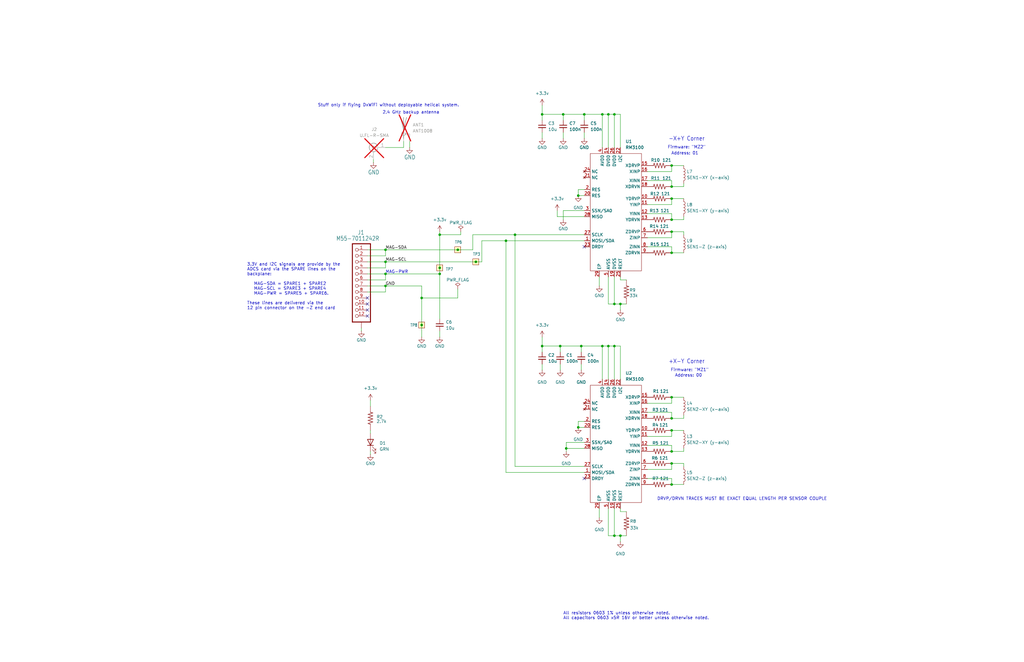
<source format=kicad_sch>
(kicad_sch (version 20250114) (generator "eeschema") (generator_version "9.0")
  (paper "B")
  (title_block (title "OreSat0.5 +Z End Cap") (date "2023-03-02") (rev "1.3"))
  (lib_symbols
    (symbol "Connector:Conn_Coaxial" (pin_names (offset 1.016) (hide yes))
      (property "Reference" "J" (at 0.254 3.048 0))
      (property "Value" "Conn_Coaxial" (at 2.921 0 90))
      (symbol "Conn_Coaxial_0_1"
        (polyline (pts (xy -2.54 0) (xy -0.508 0)))
        (arc (start 1.778 0) (mid 0.222 -1.8079) (end -1.778 -0.508) (stroke (width 0.254)))
        (arc (start -1.778 0.508) (mid 0.2221 1.8084) (end 1.778 0) (stroke (width 0.254)))
        (circle (center 0 0) (radius 0.508) (stroke (width 0.2032)))
        (polyline (pts (xy 0 -2.54) (xy 0 -1.778)))
      )
      (symbol "Conn_Coaxial_1_1"
        (pin passive line (at -5.08 0 0) (length 2.54) (name "In") (number "1"))
        (pin passive line (at 0 -5.08 90) (length 2.54) (name "Ext") (number "2"))
      )
    )
    (symbol "Device:Antenna_Shield" (pin_numbers (hide yes)) (pin_names (offset 1.016) (hide yes))
      (property "Reference" "AE" (at -1.905 4.445 0))
      (property "Value" "Antenna_Shield" (at -1.905 2.54 0))
      (symbol "Antenna_Shield_0_1"
        (arc (start 0 -2.667) (mid -0.8485 -2.1032) (end -0.508 -1.143))
        (polyline (pts (xy 0 5.08) (xy 0 -3.81)) (stroke (width 0.254)))
        (polyline (pts (xy 0 -2.54) (xy 0 0)))
        (arc (start 0.508 -1.143) (mid 0.8046 -2.0885) (end 0 -2.667))
        (polyline (pts (xy 0.762 -1.905) (xy 2.54 -1.905)))
        (circle (center 0.762 -1.905) (radius 0.1778) (fill (type outline)))
        (polyline (pts (xy 1.27 5.08) (xy 0 0) (xy -1.27 5.08)) (stroke (width 0.254)))
        (polyline (pts (xy 2.54 -2.54) (xy 2.54 -1.905)))
      )
      (symbol "Antenna_Shield_1_1"
        (pin input line (at 0 -5.08 90) (length 2.54) (name "A") (number "1"))
        (pin input line (at 2.54 -5.08 90) (length 2.54) (name "Shield") (number "2"))
      )
    )
    (symbol "Device:C_Small" (pin_numbers (hide yes)) (pin_names (offset 0.254) (hide yes))
      (property "Reference" "C" (at 0.254 1.778 0))
      (property "Value" "C_Small" (at 0.254 -2.032 0))
      (symbol "C_Small_0_1"
        (polyline (pts (xy -1.524 0.508) (xy 1.524 0.508)) (stroke (width 0.3048)))
        (polyline (pts (xy -1.524 -0.508) (xy 1.524 -0.508)) (stroke (width 0.3302)))
      )
      (symbol "C_Small_1_1"
        (pin passive line (at 0 2.54 270) (length 2.032) (name "~") (number "1"))
        (pin passive line (at 0 -2.54 90) (length 2.032) (name "~") (number "2"))
      )
    )
    (symbol "Device:L" (pin_numbers (hide yes)) (pin_names (offset 1.016) (hide yes))
      (property "Reference" "L" (at -1.27 0 90))
      (property "Value" "L" (at 1.905 0 90))
      (symbol "L_0_1"
        (arc (start 0 2.54) (mid 0.6323 1.905) (end 0 1.27))
        (arc (start 0 1.27) (mid 0.6323 0.635) (end 0 0))
        (arc (start 0 0) (mid 0.6323 -0.635) (end 0 -1.27))
        (arc (start 0 -1.27) (mid 0.6323 -1.905) (end 0 -2.54))
      )
      (symbol "L_1_1"
        (pin passive line (at 0 3.81 270) (length 1.27) (name "1") (number "1"))
        (pin passive line (at 0 -3.81 90) (length 1.27) (name "2") (number "2"))
      )
    )
    (symbol "Device:LED" (pin_numbers (hide yes)) (pin_names (offset 1.016) (hide yes))
      (property "Reference" "D" (at 0 2.54 0))
      (property "Value" "LED" (at 0 -2.54 0))
      (symbol "LED_0_1"
        (polyline (pts (xy -3.048 -0.762) (xy -4.572 -2.286) (xy -3.81 -2.286) (xy -4.572 -2.286) (xy -4.572 -1.524)))
        (polyline (pts (xy -1.778 -0.762) (xy -3.302 -2.286) (xy -2.54 -2.286) (xy -3.302 -2.286) (xy -3.302 -1.524)))
        (polyline (pts (xy -1.27 0) (xy 1.27 0)))
        (polyline (pts (xy -1.27 -1.27) (xy -1.27 1.27)) (stroke (width 0.254)))
        (polyline (pts (xy 1.27 -1.27) (xy 1.27 1.27) (xy -1.27 0) (xy 1.27 -1.27)) (stroke (width 0.254)))
      )
      (symbol "LED_1_1"
        (pin passive line (at -3.81 0 0) (length 2.54) (name "K") (number "1"))
        (pin passive line (at 3.81 0 180) (length 2.54) (name "A") (number "2"))
      )
    )
    (symbol "oresat-connectors:J-HARWIN-M55-6001242R" (pin_names (hide yes))
      (property "Reference" "CF1" (at -6.35 19.05 0))
      (property "Value" "J-HARWIN-M55-6001242R" (at -6.35 16.51 0))
      (symbol "J-HARWIN-M55-6001242R_1_0"
        (polyline (pts (xy -6.35 15.24) (xy -6.35 -17.78)) (stroke (width 0.4064)))
        (polyline (pts (xy -6.35 -17.78) (xy 1.27 -17.78)) (stroke (width 0.4064)))
        (polyline (pts (xy 1.27 15.24) (xy -6.35 15.24)) (stroke (width 0.4064)))
        (polyline (pts (xy 1.27 -17.78) (xy 1.27 15.24)) (stroke (width 0.4064)))
        (pin passive inverted (at -5.08 12.7 0) (length 5.08) (name "1") (number "1"))
        (pin passive inverted (at -5.08 10.16 0) (length 5.08) (name "2") (number "2"))
        (pin passive inverted (at -5.08 7.62 0) (length 5.08) (name "3") (number "3"))
        (pin passive inverted (at -5.08 5.08 0) (length 5.08) (name "4") (number "4"))
        (pin passive inverted (at -5.08 2.54 0) (length 5.08) (name "5") (number "5"))
        (pin passive inverted (at -5.08 0 0) (length 5.08) (name "6") (number "6"))
        (pin passive inverted (at -5.08 -2.54 0) (length 5.08) (name "7") (number "7"))
        (pin passive inverted (at -5.08 -5.08 0) (length 5.08) (name "8") (number "8"))
        (pin passive inverted (at -5.08 -7.62 0) (length 5.08) (name "9") (number "9"))
        (pin passive inverted (at -5.08 -10.16 0) (length 5.08) (name "10") (number "10"))
        (pin passive inverted (at -5.08 -12.7 0) (length 5.08) (name "11") (number "11"))
        (pin passive inverted (at -5.08 -15.24 0) (length 5.08) (name "12") (number "12"))
        (pin passive line (at -2.54 -20.32 90) (length 2.54) (name "SHIELD") (number "SH"))
      )
    )
    (symbol "oresat-misc:MagI2C_RM3100"
      (property "Reference" "U" (at 21.082 1.27 0))
      (symbol "MagI2C_RM3100_0_1"
        (rectangle (start 12.7 27.94) (end 34.29 -21.59))
      )
      (symbol "MagI2C_RM3100_1_1"
        (pin no_connect line (at 10.16 20.32 0) (length 2.54) (name "NC") (number "24"))
        (pin no_connect line (at 10.16 17.78 0) (length 2.54) (name "NC") (number "21"))
        (pin input line (at 10.16 12.7 0) (length 2.54) (name "RES") (number "2"))
        (pin passive line (at 10.16 10.16 0) (length 2.54) (name "RES") (number "20"))
        (pin input line (at 10.16 3.81 0) (length 2.54) (name "SSN/SA0") (number "3"))
        (pin output line (at 10.16 1.27 0) (length 2.54) (name "MISO") (number "28"))
        (pin input line (at 10.16 -6.35 0) (length 2.54) (name "SCLK") (number "27"))
        (pin bidirectional line (at 10.16 -8.89 0) (length 2.54) (name "MOSI/SDA") (number "1"))
        (pin output line (at 10.16 -11.43 0) (length 2.54) (name "DRDY") (number "23"))
        (pin passive line (at 16.51 -24.13 90) (length 2.54) (name "EP") (number "29"))
        (pin power_in line (at 17.78 30.48 270) (length 2.54) (name "AVDD") (number "4"))
        (pin power_in line (at 20.32 30.48 270) (length 2.54) (name "DVDD") (number "14"))
        (pin power_in line (at 20.32 -24.13 90) (length 2.54) (name "AVSS") (number "5"))
        (pin power_in line (at 22.86 30.48 270) (length 2.54) (name "DVDD") (number "26"))
        (pin power_in line (at 22.86 -24.13 90) (length 2.54) (name "DVSS") (number "19"))
        (pin input line (at 25.4 30.48 270) (length 2.54) (name "I2C") (number "22"))
        (pin passive line (at 25.4 -24.13 90) (length 2.54) (name "REXT") (number "25"))
        (pin passive line (at 36.83 22.86 180) (length 2.54) (name "XDRVP") (number "15"))
        (pin passive line (at 36.83 20.32 180) (length 2.54) (name "XINP") (number "16"))
        (pin passive line (at 36.83 16.51 180) (length 2.54) (name "XINN") (number "17"))
        (pin passive line (at 36.83 13.97 180) (length 2.54) (name "XDRVN") (number "18"))
        (pin passive line (at 36.83 8.89 180) (length 2.54) (name "YDRVP") (number "10"))
        (pin passive line (at 36.83 6.35 180) (length 2.54) (name "YINP") (number "11"))
        (pin passive line (at 36.83 2.54 180) (length 2.54) (name "YINN") (number "12"))
        (pin passive line (at 36.83 0 180) (length 2.54) (name "YDRVN") (number "13"))
        (pin passive line (at 36.83 -5.08 180) (length 2.54) (name "ZDRVP") (number "6"))
        (pin passive line (at 36.83 -7.62 180) (length 2.54) (name "ZINP") (number "7"))
        (pin passive line (at 36.83 -11.43 180) (length 2.54) (name "ZINN") (number "8"))
        (pin passive line (at 36.83 -13.97 180) (length 2.54) (name "ZDRVN") (number "9"))
      )
    )
    (symbol "oresat-misc:Test-Point-0.75mm-th" (exclude_from_sim yes) (in_bom no)
      (property "Reference" "TP" (at 0 2.54 0))
      (symbol "Test-Point-0.75mm-th_1_0"
        (pin passive line (at 0 0 0) (length 0) (name "1") (number "1"))
      )
      (symbol "Test-Point-0.75mm-th_1_1"
        (rectangle (start -1.27 1.27) (end 1.27 -1.27) (fill (type background)))
      )
    )
    (symbol "oresat-passives:R-US"
      (property "Reference" "R" (at 0 2.54 0))
      (symbol "R-US_1_0"
        (polyline (pts (xy -2.54 0) (xy -2.159 1.016)) (stroke (width 0.2032)))
        (polyline (pts (xy -2.159 1.016) (xy -1.524 -1.016)) (stroke (width 0.2032)))
        (polyline (pts (xy -1.524 -1.016) (xy -0.889 1.016)) (stroke (width 0.2032)))
        (polyline (pts (xy -0.889 1.016) (xy -0.254 -1.016)) (stroke (width 0.2032)))
        (polyline (pts (xy -0.254 -1.016) (xy 0.381 1.016)) (stroke (width 0.2032)))
        (polyline (pts (xy 0.381 1.016) (xy 1.016 -1.016)) (stroke (width 0.2032)))
        (polyline (pts (xy 1.016 -1.016) (xy 1.651 1.016)) (stroke (width 0.2032)))
        (polyline (pts (xy 1.651 1.016) (xy 2.286 -1.016)) (stroke (width 0.2032)))
        (polyline (pts (xy 2.286 -1.016) (xy 2.54 0)) (stroke (width 0.2032)))
        (pin passive line (at -5.08 0 0) (length 2.54) (name "1") (number "1"))
        (pin passive line (at 5.08 0 180) (length 2.54) (name "2") (number "2"))
      )
    )
    (symbol "oresat-power:VBAT" (power) (pin_names (offset 0))
      (property "Value" "VBAT" (at 0 3.556 0))
      (symbol "VBAT_0_1"
        (polyline (pts (xy -0.762 1.27) (xy 0 2.54)))
        (polyline (pts (xy 0 2.54) (xy 0.762 1.27)))
        (polyline (pts (xy 0 0) (xy 0 2.54)))
      )
      (symbol "VBAT_1_1"
        (pin power_in line (at 0 0 90) (length 0) (hide yes) (name "VBAT") (number "1"))
      )
    )
    (symbol "power:GND" (power) (pin_numbers (hide yes)) (pin_names (offset 0) (hide yes))
      (property "Value" "GND" (at 0 -3.81 0))
      (symbol "GND_0_1"
        (polyline (pts (xy 0 0) (xy 0 -1.27) (xy 1.27 -1.27) (xy 0 -2.54) (xy -1.27 -1.27) (xy 0 -1.27)))
      )
      (symbol "GND_1_1"
        (pin power_in line (at 0 0 270) (length 0) (name "~") (number "1"))
      )
    )
    (symbol "power:PWR_FLAG" (power) (pin_numbers (hide yes)) (pin_names (offset 0) (hide yes))
      (property "Value" "PWR_FLAG" (at 0 3.81 0))
      (symbol "PWR_FLAG_0_0"
        (pin power_out line (at 0 0 90) (length 0) (name "~") (number "1"))
      )
      (symbol "PWR_FLAG_0_1"
        (polyline (pts (xy 0 0) (xy 0 1.27) (xy -1.016 1.905) (xy 0 2.54) (xy 1.016 1.905) (xy 0 1.27)))
      )
    )
  )
  (text "Firmware: \"MZ2\"" (at 289.56 62.23 0) (effects (font (size 1.27 1.27))))
  (text "DRVP/DRVN TRACES MUST BE EXACT EQUAL LENGTH PER SENSOR COUPLE" (at 312.928 210.566 0) (effects (font (size 1.27 1.27))))
  (text "-X+Y Corner" (at 281.94 59.69 0) (effects (font (size 1.778 1.5113)) (justify left bottom)))
  (text "All resistors 0603 1% unless otherwise noted.\nAll capacitors 0603 x5R 16V or better unless otherwise noted." (at 237.49 261.62 0) (effects (font (size 1.27 1.27)) (justify left bottom)))
  (text "Address: 01" (at 288.798 64.77 0) (effects (font (size 1.27 1.27))))
  (text "3.3V and I2C signals are provide by the \nADCS card via the SPARE lines on the \nbackplane:\n\n   MAG-SDA = SPARE1 + SPARE2\n   MAG-SCL = SPARE3 + SPARE4 \n   MAG-PWR = SPARE5 + SPARE6.\n\nThese lines are delivered via the \n12 pin connector on the -Z end card" (at 104.14 130.81 0) (effects (font (size 1.27 1.27)) (justify left bottom)))
  (text "Address: 00" (at 290.322 158.496 0) (effects (font (size 1.27 1.27))))
  (text "2.4 GHz backup antenna" (at 161.29 48.26 0) (effects (font (size 1.27 1.27)) (justify left bottom)))
  (text "Firmware: \"MZ1\"" (at 290.83 156.21 0) (effects (font (size 1.27 1.27))))
  (text "+X-Y Corner" (at 281.94 153.67 0) (effects (font (size 1.778 1.5113)) (justify left bottom)))
  (text "Stuff only if flying DxWiFi without deployable helical system." (at 163.83 44.45 0) (effects (font (size 1.27 1.27))))
  (text "MAG-PWR" (at 162.56 115.57 0) (effects (font (size 1.27 1.27)) (justify left bottom)))
  (junction (at 162.56 115.57))
  (junction (at 246.38 48.26))
  (junction (at 177.8 137.16))
  (junction (at 259.08 226.06))
  (junction (at 238.76 189.23))
  (junction (at 283.21 106.68))
  (junction (at 254 146.05))
  (junction (at 177.8 125.73))
  (junction (at 162.56 110.49))
  (junction (at 254 48.26))
  (junction (at 283.21 176.53))
  (junction (at 259.08 128.27))
  (junction (at 200.66 110.49))
  (junction (at 162.56 120.65))
  (junction (at 185.42 113.03))
  (junction (at 283.21 78.74))
  (junction (at 245.11 146.05))
  (junction (at 162.56 105.41))
  (junction (at 256.54 146.05))
  (junction (at 283.21 167.64))
  (junction (at 236.22 146.05))
  (junction (at 283.21 97.79))
  (junction (at 213.36 101.6))
  (junction (at 228.6 146.05))
  (junction (at 217.17 99.06))
  (junction (at 259.08 48.26))
  (junction (at 185.42 99.06))
  (junction (at 283.21 195.58))
  (junction (at 243.84 180.34))
  (junction (at 283.21 190.5))
  (junction (at 283.21 181.61))
  (junction (at 261.62 226.06))
  (junction (at 283.21 83.82))
  (junction (at 259.08 146.05))
  (junction (at 243.84 82.55))
  (junction (at 237.49 48.26))
  (junction (at 261.62 128.27))
  (junction (at 283.21 69.85))
  (junction (at 283.21 92.71))
  (junction (at 193.04 105.41))
  (junction (at 228.6 48.26))
  (junction (at 185.42 115.57))
  (junction (at 256.54 48.26))
  (junction (at 283.21 204.47))
  (no_connect (at 154.94 130.81))
  (no_connect (at 154.94 128.27))
  (no_connect (at 246.38 104.14))
  (no_connect (at 154.94 125.73))
  (no_connect (at 246.38 201.93))
  (no_connect (at 154.94 133.35))
  (wire (pts (xy 203.2 101.6) (xy 213.36 101.6)))
  (wire (pts (xy 261.62 118.11) (xy 264.16 118.11)))
  (wire (pts (xy 156.21 168.91) (xy 156.21 171.45)))
  (wire (pts (xy 273.05 184.15) (xy 283.21 184.15)))
  (wire (pts (xy 228.6 156.21) (xy 228.6 153.67)))
  (wire (pts (xy 246.38 99.06) (xy 217.17 99.06)))
  (wire (pts (xy 228.6 50.8) (xy 228.6 48.26)))
  (wire (pts (xy 236.22 156.21) (xy 236.22 153.67)))
  (wire (pts (xy 273.05 173.99) (xy 283.21 173.99)))
  (wire (pts (xy 283.21 198.12) (xy 283.21 195.58)))
  (wire (pts (xy 162.56 105.41) (xy 162.56 107.95)))
  (wire (pts (xy 156.21 190.5) (xy 156.21 191.77)))
  (wire (pts (xy 246.38 91.44) (xy 234.95 91.44)))
  (wire (pts (xy 157.48 67.31) (xy 157.48 68.58)))
  (wire (pts (xy 288.29 91.44) (xy 288.29 92.71)))
  (wire (pts (xy 283.21 173.99) (xy 283.21 176.53)))
  (wire (pts (xy 264.16 226.06) (xy 261.62 226.06)))
  (wire (pts (xy 283.21 78.74) (xy 288.29 78.74)))
  (wire (pts (xy 252.73 214.63) (xy 252.73 218.44)))
  (wire (pts (xy 283.21 170.18) (xy 283.21 167.64)))
  (wire (pts (xy 246.38 80.01) (xy 243.84 80.01)))
  (wire (pts (xy 246.38 58.42) (xy 246.38 55.88)))
  (wire (pts (xy 236.22 148.59) (xy 236.22 146.05)))
  (wire (pts (xy 185.42 115.57) (xy 185.42 134.62)))
  (wire (pts (xy 261.62 128.27) (xy 261.62 130.81)))
  (wire (pts (xy 273.05 187.96) (xy 283.21 187.96)))
  (wire (pts (xy 259.08 128.27) (xy 261.62 128.27)))
  (wire (pts (xy 245.11 148.59) (xy 245.11 146.05)))
  (wire (pts (xy 162.56 120.65) (xy 162.56 123.19)))
  (wire (pts (xy 256.54 146.05) (xy 256.54 160.02)))
  (wire (pts (xy 254 146.05) (xy 254 160.02)))
  (wire (pts (xy 217.17 99.06) (xy 217.17 196.85)))
  (wire (pts (xy 162.56 115.57) (xy 162.56 118.11)))
  (wire (pts (xy 259.08 48.26) (xy 261.62 48.26)))
  (wire (pts (xy 261.62 226.06) (xy 261.62 228.6)))
  (wire (pts (xy 283.21 201.93) (xy 283.21 204.47)))
  (wire (pts (xy 259.08 48.26) (xy 259.08 62.23)))
  (wire (pts (xy 243.84 80.01) (xy 243.84 82.55)))
  (wire (pts (xy 283.21 187.96) (xy 283.21 190.5)))
  (wire (pts (xy 256.54 48.26) (xy 259.08 48.26)))
  (wire (pts (xy 273.05 86.36) (xy 283.21 86.36)))
  (wire (pts (xy 185.42 99.06) (xy 185.42 113.03)))
  (wire (pts (xy 238.76 189.23) (xy 238.76 186.69)))
  (wire (pts (xy 283.21 86.36) (xy 283.21 83.82)))
  (wire (pts (xy 259.08 226.06) (xy 261.62 226.06)))
  (wire (pts (xy 283.21 76.2) (xy 283.21 78.74)))
  (wire (pts (xy 199.39 105.41) (xy 199.39 99.06)))
  (wire (pts (xy 243.84 82.55) (xy 246.38 82.55)))
  (wire (pts (xy 243.84 180.34) (xy 246.38 180.34)))
  (wire (pts (xy 185.42 97.79) (xy 185.42 99.06)))
  (wire (pts (xy 261.62 160.02) (xy 261.62 146.05)))
  (wire (pts (xy 283.21 104.14) (xy 283.21 106.68)))
  (wire (pts (xy 199.39 99.06) (xy 217.17 99.06)))
  (wire (pts (xy 236.22 146.05) (xy 228.6 146.05)))
  (wire (pts (xy 237.49 48.26) (xy 246.38 48.26)))
  (wire (pts (xy 256.54 214.63) (xy 256.54 226.06)))
  (wire (pts (xy 162.56 110.49) (xy 154.94 110.49)))
  (wire (pts (xy 194.31 99.06) (xy 185.42 99.06)))
  (wire (pts (xy 259.08 214.63) (xy 259.08 226.06)))
  (wire (pts (xy 273.05 90.17) (xy 283.21 90.17)))
  (wire (pts (xy 177.8 125.73) (xy 193.04 125.73)))
  (wire (pts (xy 228.6 58.42) (xy 228.6 55.88)))
  (wire (pts (xy 259.08 116.84) (xy 259.08 128.27)))
  (wire (pts (xy 237.49 88.9) (xy 237.49 92.71)))
  (wire (pts (xy 283.21 195.58) (xy 288.29 195.58)))
  (wire (pts (xy 254 48.26) (xy 246.38 48.26)))
  (wire (pts (xy 288.29 176.53) (xy 288.29 175.26)))
  (wire (pts (xy 283.21 106.68) (xy 288.29 106.68)))
  (wire (pts (xy 256.54 48.26) (xy 256.54 62.23)))
  (wire (pts (xy 283.21 83.82) (xy 288.29 83.82)))
  (wire (pts (xy 259.08 146.05) (xy 256.54 146.05)))
  (wire (pts (xy 162.56 113.03) (xy 154.94 113.03)))
  (wire (pts (xy 256.54 226.06) (xy 259.08 226.06)))
  (wire (pts (xy 162.56 110.49) (xy 200.66 110.49)))
  (wire (pts (xy 264.16 128.27) (xy 261.62 128.27)))
  (wire (pts (xy 256.54 146.05) (xy 254 146.05)))
  (wire (pts (xy 273.05 170.18) (xy 283.21 170.18)))
  (wire (pts (xy 283.21 181.61) (xy 288.29 181.61)))
  (wire (pts (xy 238.76 189.23) (xy 246.38 189.23)))
  (wire (pts (xy 261.62 62.23) (xy 261.62 48.26)))
  (wire (pts (xy 156.21 181.61) (xy 156.21 182.88)))
  (wire (pts (xy 283.21 167.64) (xy 288.29 167.64)))
  (wire (pts (xy 228.6 142.24) (xy 228.6 146.05)))
  (wire (pts (xy 283.21 184.15) (xy 283.21 181.61)))
  (wire (pts (xy 273.05 76.2) (xy 283.21 76.2)))
  (wire (pts (xy 256.54 116.84) (xy 256.54 128.27)))
  (wire (pts (xy 245.11 156.21) (xy 245.11 153.67)))
  (wire (pts (xy 283.21 92.71) (xy 288.29 92.71)))
  (wire (pts (xy 213.36 199.39) (xy 246.38 199.39)))
  (wire (pts (xy 237.49 58.42) (xy 237.49 55.88)))
  (wire (pts (xy 162.56 115.57) (xy 154.94 115.57)))
  (wire (pts (xy 283.21 97.79) (xy 288.29 97.79)))
  (wire (pts (xy 256.54 128.27) (xy 259.08 128.27)))
  (wire (pts (xy 238.76 186.69) (xy 246.38 186.69)))
  (wire (pts (xy 162.56 123.19) (xy 154.94 123.19)))
  (wire (pts (xy 283.21 204.47) (xy 288.29 204.47)))
  (wire (pts (xy 193.04 121.92) (xy 193.04 125.73)))
  (wire (pts (xy 162.56 110.49) (xy 162.56 113.03)))
  (wire (pts (xy 283.21 100.33) (xy 283.21 97.79)))
  (wire (pts (xy 273.05 100.33) (xy 283.21 100.33)))
  (wire (pts (xy 261.62 215.9) (xy 264.16 215.9)))
  (wire (pts (xy 273.05 72.39) (xy 283.21 72.39)))
  (wire (pts (xy 228.6 148.59) (xy 228.6 146.05)))
  (wire (pts (xy 170.18 59.69) (xy 170.18 62.23)))
  (wire (pts (xy 254 48.26) (xy 254 62.23)))
  (wire (pts (xy 203.2 101.6) (xy 203.2 110.49)))
  (wire (pts (xy 162.56 105.41) (xy 193.04 105.41)))
  (wire (pts (xy 246.38 88.9) (xy 237.49 88.9)))
  (wire (pts (xy 154.94 120.65) (xy 162.56 120.65)))
  (wire (pts (xy 273.05 104.14) (xy 283.21 104.14)))
  (wire (pts (xy 252.73 116.84) (xy 252.73 120.65)))
  (wire (pts (xy 261.62 146.05) (xy 259.08 146.05)))
  (wire (pts (xy 172.72 59.69) (xy 172.72 62.23)))
  (wire (pts (xy 162.56 120.65) (xy 177.8 120.65)))
  (wire (pts (xy 259.08 146.05) (xy 259.08 160.02)))
  (wire (pts (xy 273.05 201.93) (xy 283.21 201.93)))
  (wire (pts (xy 228.6 48.26) (xy 237.49 48.26)))
  (wire (pts (xy 228.6 44.45) (xy 228.6 48.26)))
  (wire (pts (xy 185.42 139.7) (xy 185.42 142.24)))
  (wire (pts (xy 152.4 139.7) (xy 152.4 138.43)))
  (wire (pts (xy 246.38 177.8) (xy 243.84 177.8)))
  (wire (pts (xy 283.21 190.5) (xy 288.29 190.5)))
  (wire (pts (xy 288.29 189.23) (xy 288.29 190.5)))
  (wire (pts (xy 261.62 118.11) (xy 261.62 116.84)))
  (wire (pts (xy 283.21 69.85) (xy 288.29 69.85)))
  (wire (pts (xy 288.29 195.58) (xy 288.29 196.85)))
  (wire (pts (xy 162.56 118.11) (xy 154.94 118.11)))
  (wire (pts (xy 199.39 105.41) (xy 193.04 105.41)))
  (wire (pts (xy 246.38 50.8) (xy 246.38 48.26)))
  (wire (pts (xy 288.29 97.79) (xy 288.29 99.06)))
  (wire (pts (xy 194.31 99.06) (xy 194.31 97.79)))
  (wire (pts (xy 254 146.05) (xy 245.11 146.05)))
  (wire (pts (xy 217.17 196.85) (xy 246.38 196.85)))
  (wire (pts (xy 162.56 105.41) (xy 154.94 105.41)))
  (wire (pts (xy 177.8 120.65) (xy 177.8 125.73)))
  (wire (pts (xy 185.42 113.03) (xy 185.42 115.57)))
  (wire (pts (xy 162.56 107.95) (xy 154.94 107.95)))
  (wire (pts (xy 238.76 190.5) (xy 238.76 189.23)))
  (wire (pts (xy 234.95 91.44) (xy 234.95 88.9)))
  (wire (pts (xy 256.54 48.26) (xy 254 48.26)))
  (wire (pts (xy 261.62 215.9) (xy 261.62 214.63)))
  (wire (pts (xy 243.84 177.8) (xy 243.84 180.34)))
  (wire (pts (xy 237.49 48.26) (xy 237.49 50.8)))
  (wire (pts (xy 162.56 62.23) (xy 170.18 62.23)))
  (wire (pts (xy 213.36 101.6) (xy 246.38 101.6)))
  (wire (pts (xy 283.21 176.53) (xy 288.29 176.53)))
  (wire (pts (xy 273.05 198.12) (xy 283.21 198.12)))
  (wire (pts (xy 288.29 78.74) (xy 288.29 77.47)))
  (wire (pts (xy 283.21 72.39) (xy 283.21 69.85)))
  (wire (pts (xy 213.36 101.6) (xy 213.36 199.39)))
  (wire (pts (xy 283.21 90.17) (xy 283.21 92.71)))
  (wire (pts (xy 236.22 146.05) (xy 245.11 146.05)))
  (wire (pts (xy 200.66 110.49) (xy 203.2 110.49)))
  (wire (pts (xy 162.56 115.57) (xy 185.42 115.57)))
  (wire (pts (xy 177.8 137.16) (xy 177.8 142.24)))
  (wire (pts (xy 177.8 125.73) (xy 177.8 137.16)))
  (label "MAG-SDA" (at 162.56 105.41 0) (effects (font (size 1.2446 1.2446))))
  (label "GND" (at 162.56 120.65 0) (effects (font (size 1.2446 1.2446))))
  (label "MAG-SCL" (at 162.56 110.49 0) (effects (font (size 1.2446 1.2446))))
  (symbol (lib_id "power:GND") (at 157.48 68.58 0) (mirror y) (unit 1)
    (property "Reference" "#GND0102" (effects (hide yes)))
    (property "Value" "GND" (at 160.02 73.66 0) (effects (font (size 1.778 1.5113)) (justify left bottom)))
    (property "Footprint" "oresat0-plusz-end-cap:" (effects (hide yes)))
    (property "Description" "Power symbol creates a global label with name \"GND\" , ground" (effects (hide yes)))
  )
  (symbol (lib_id "oresat-passives:R-US") (at 264.16 123.19 90) (unit 1)
    (property "Reference" "R9" (at 266.7 122.428 90))
    (property "Value" "33k" (at 267.208 124.714 90))
    (property "Footprint" "oresat-passives:0603-C-NOSILK" (effects (hide yes)))
    (property "Datasheet" "https://www.seielect.com/catalog/SEI-RMCF_RMCP.pdf" (effects (hide yes)))
    (property "Description" "33 kOhms ±1% 0.1W, 1/10W Chip Resistor 0603 (1608 Metric) Automotive AEC-Q200 Thick Film" (effects (hide yes)))
    (property "DIS" "DigiKey" (effects (hide yes)))
    (property "DPN" "RMCF0603FT33K0CT-ND" (effects (hide yes)))
    (property "MFR" "Stackpole Electronics" (effects (hide yes)))
    (property "MPN" "RMCF0603FT33K0" (effects (hide yes)))
  )
  (symbol (lib_id "Device:C_Small") (at 228.6 151.13 0) (unit 1)
    (property "Reference" "C2" (at 231.14 149.8662 0) (effects (justify left)))
    (property "Value" "10u" (at 231.14 152.4062 0) (effects (justify left)))
    (property "Footprint" "oresat-passives:0805-C-NOSILK" (effects (hide yes)))
    (property "Datasheet" "https://search.murata.co.jp/Ceramy/image/img/A01X/G101/ENG/GRT21BC71E106KE13-01.pdf" (effects (hide yes)))
    (property "Description" "10 µF ±10% 25V Ceramic Capacitor X7S 0805 (2012 Metric)" (effects (hide yes)))
    (property "DIS" "DigiKey" (effects (hide yes)))
    (property "DPN" "490-GRT21BC71E106KE13KCT-ND" (effects (hide yes)))
    (property "MFR" "Murata Electronics" (effects (hide yes)))
    (property "MPN" "GRT21BC71E106KE13K" (effects (hide yes)))
  )
  (symbol (lib_id "power:GND") (at 237.49 58.42 0) (unit 1)
    (property "Reference" "#PWR014" (effects (hide yes)))
    (property "Value" "GND" (at 237.49 62.23 0))
    (property "Description" "Power symbol creates a global label with name \"GND\" , ground" (effects (hide yes)))
  )
  (symbol (lib_id "power:GND") (at 243.84 180.34 0) (unit 1)
    (property "Reference" "#PWR05" (effects (hide yes)))
    (property "Value" "GND" (at 243.84 185.42 0))
    (property "Description" "Power symbol creates a global label with name \"GND\" , ground" (effects (hide yes)))
  )
  (symbol (lib_id "oresat-passives:R-US") (at 278.13 83.82 180) (unit 1)
    (property "Reference" "R12" (at 276.098 81.788 0))
    (property "Value" "121" (at 280.67 81.788 0))
    (property "Footprint" "oresat-passives:0603-C-NOSILK" (effects (hide yes)))
    (property "Datasheet" "https://www.seielect.com/catalog/SEI-RMCF_RMCP.pdf" (effects (hide yes)))
    (property "Description" "121 Ohms ±1% 0.1W, 1/10W Chip Resistor 0603 (1608 Metric) Automotive AEC-Q200 Thick Film" (effects (hide yes)))
    (property "DIS" "DigiKey" (effects (hide yes)))
    (property "DPN" "RMCF0603FT121RCT-ND" (effects (hide yes)))
    (property "MFR" "Stackpole Electronics" (effects (hide yes)))
    (property "MPN" "RMCF0603FT121R" (effects (hide yes)))
  )
  (symbol (lib_id "oresat-misc:Test-Point-0.75mm-th") (at 193.04 105.41 0) (unit 1) (exclude_from_sim yes) (in_bom no)
    (property "Reference" "TP6" (at 191.77 102.87 0) (effects (font (size 1.27 1.0795)) (justify left bottom)))
    (property "Value" "Test-Point" (effects (hide yes)))
    (property "Footprint" "oresat-misc:TestPoint-0.75mm-th" (effects (hide yes)))
    (property "Description" "0.75 mm TH test point; good for scope probes and jumpers" (effects (hide yes)))
    (property "DPN" "N/A" (effects (hide yes)))
    (property "MFR" "N/A" (effects (hide yes)))
    (property "MPN" "N/A" (effects (hide yes)))
  )
  (symbol (lib_id "power:GND") (at 152.4 139.7 0) (mirror y) (unit 1)
    (property "Reference" "#PWR0117" (effects (hide yes)))
    (property "Value" "GND" (at 152.4 143.51 0))
    (property "Description" "Power symbol creates a global label with name \"GND\" , ground" (effects (hide yes)))
  )
  (symbol (lib_id "power:GND") (at 252.73 218.44 0) (unit 1)
    (property "Reference" "#PWR03" (effects (hide yes)))
    (property "Value" "GND" (at 252.73 223.52 0))
    (property "Description" "Power symbol creates a global label with name \"GND\" , ground" (effects (hide yes)))
  )
  (symbol (lib_id "oresat-passives:R-US") (at 278.13 204.47 180) (unit 1)
    (property "Reference" "R7" (at 276.352 201.93 0))
    (property "Value" "121" (at 280.162 201.93 0))
    (property "Footprint" "oresat-passives:0603-C-NOSILK" (effects (hide yes)))
    (property "Datasheet" "https://www.seielect.com/catalog/SEI-RMCF_RMCP.pdf" (effects (hide yes)))
    (property "Description" "121 Ohms ±1% 0.1W, 1/10W Chip Resistor 0603 (1608 Metric) Automotive AEC-Q200 Thick Film" (effects (hide yes)))
    (property "DIS" "DigiKey" (effects (hide yes)))
    (property "DPN" "RMCF0603FT121RCT-ND" (effects (hide yes)))
    (property "MFR" "Stackpole Electronics" (effects (hide yes)))
    (property "MPN" "RMCF0603FT121R" (effects (hide yes)))
  )
  (symbol (lib_id "oresat-connectors:J-HARWIN-M55-6001242R") (at 149.86 118.11 0) (mirror y) (unit 1)
    (property "Reference" "J1" (at 153.67 99.06 0) (effects (font (size 1.778 1.5113)) (justify left bottom)))
    (property "Value" "M55-7011242R" (at 160.02 101.6 0) (effects (font (size 1.778 1.5113)) (justify left bottom)))
    (property "Footprint" "oresat-connectors:J-Harwin-M55-60X1242R" (effects (hide yes)))
    (property "Datasheet" "https://cdn.harwin.com/pdfs/C047XX_M55_Archer_Kontrol.pdf" (effects (hide yes)))
    (property "Description" "CONN RCPT 12POS 0.05 GOLD SMD" (effects (hide yes)))
    (property "DPN" "952-3875-1-ND" (effects (hide yes)))
    (property "MFR" "Harwin" (effects (hide yes)))
    (property "MPN" "M55-7011242R" (effects (hide yes)))
    (property "DIS" "DigiKey" (effects (hide yes)))
  )
  (symbol (lib_id "oresat-passives:R-US") (at 278.13 69.85 180) (unit 1)
    (property "Reference" "R10" (at 276.352 67.564 0))
    (property "Value" "121" (at 281.178 67.564 0))
    (property "Footprint" "oresat-passives:0603-C-NOSILK" (effects (hide yes)))
    (property "Datasheet" "https://www.seielect.com/catalog/SEI-RMCF_RMCP.pdf" (effects (hide yes)))
    (property "Description" "121 Ohms ±1% 0.1W, 1/10W Chip Resistor 0603 (1608 Metric) Automotive AEC-Q200 Thick Film" (effects (hide yes)))
    (property "DIS" "DigiKey" (effects (hide yes)))
    (property "DPN" "RMCF0603FT121RCT-ND" (effects (hide yes)))
    (property "MFR" "Stackpole Electronics" (effects (hide yes)))
    (property "MPN" "RMCF0603FT121R" (effects (hide yes)))
  )
  (symbol (lib_id "oresat-power:VBAT") (at 156.21 168.91 0) (unit 1)
    (property "Reference" "#VBAT05" (effects (hide yes)))
    (property "Value" "+3.3v" (at 156.21 163.83 0))
    (property "Description" "Power symbol creates a global label with name \"VBAT\"" (effects (hide yes)))
  )
  (symbol (lib_id "Device:C_Small") (at 236.22 151.13 0) (unit 1)
    (property "Reference" "C1" (at 238.76 149.8662 0) (effects (justify left)))
    (property "Value" "100n" (at 238.76 152.4062 0) (effects (justify left)))
    (property "Footprint" "oresat-passives:0603-C-NOSILK" (effects (hide yes)))
    (property "Datasheet" "https://search.kemet.com/download/specsheet/C0603C104K5RACAUTO" (effects (hide yes)))
    (property "Description" "0.1 µF ±10% 50V Ceramic Capacitor X7R 0603 (1608 Metric)" (effects (hide yes)))
    (property "DIS" "DigiKey" (effects (hide yes)))
    (property "DPN" "399-6856-1-ND" (effects (hide yes)))
    (property "MFR" "KEMET" (effects (hide yes)))
    (property "MPN" "C0603C104K5RACAUTO" (effects (hide yes)))
  )
  (symbol (lib_id "oresat-passives:R-US") (at 278.13 176.53 180) (unit 1)
    (property "Reference" "R3" (at 276.352 172.974 0))
    (property "Value" "121" (at 279.908 172.974 0))
    (property "Footprint" "oresat-passives:0603-C-NOSILK" (effects (hide yes)))
    (property "Datasheet" "https://www.seielect.com/catalog/SEI-RMCF_RMCP.pdf" (effects (hide yes)))
    (property "Description" "121 Ohms ±1% 0.1W, 1/10W Chip Resistor 0603 (1608 Metric) Automotive AEC-Q200 Thick Film" (effects (hide yes)))
    (property "DIS" "DigiKey" (effects (hide yes)))
    (property "DPN" "RMCF0603FT121RCT-ND" (effects (hide yes)))
    (property "MFR" "Stackpole Electronics" (effects (hide yes)))
    (property "MPN" "RMCF0603FT121R" (effects (hide yes)))
  )
  (symbol (lib_id "oresat-passives:R-US") (at 278.13 195.58 180) (unit 1)
    (property "Reference" "R6" (at 276.098 193.294 0))
    (property "Value" "121" (at 279.908 193.294 0))
    (property "Footprint" "oresat-passives:0603-C-NOSILK" (effects (hide yes)))
    (property "Datasheet" "https://www.seielect.com/catalog/SEI-RMCF_RMCP.pdf" (effects (hide yes)))
    (property "Description" "121 Ohms ±1% 0.1W, 1/10W Chip Resistor 0603 (1608 Metric) Automotive AEC-Q200 Thick Film" (effects (hide yes)))
    (property "DIS" "DigiKey" (effects (hide yes)))
    (property "DPN" "RMCF0603FT121RCT-ND" (effects (hide yes)))
    (property "MFR" "Stackpole Electronics" (effects (hide yes)))
    (property "MPN" "RMCF0603FT121R" (effects (hide yes)))
  )
  (symbol (lib_id "oresat-passives:R-US") (at 156.21 176.53 90) (unit 1)
    (property "Reference" "R2" (at 158.75 175.8949 90) (effects (justify right)))
    (property "Value" "2.7k" (at 158.75 177.8 90) (effects (justify right)))
    (property "Footprint" "oresat-passives:0603-C-NOSILK" (effects (hide yes)))
    (property "Datasheet" "https://www.seielect.com/catalog/SEI-RMCF_RMCP.pdf" (effects (hide yes)))
    (property "Description" "2.7 kOhms ±1% 0.1W, 1/10W Chip Resistor 0603 (1608 Metric) Automotive AEC-Q200 Thick Film" (effects (hide yes)))
    (property "DIS" "DigiKey" (effects (hide yes)))
    (property "DPN" "RMCF0603FT2K70CT-ND" (effects (hide yes)))
    (property "MFR" "Stackpole Electronics" (effects (hide yes)))
    (property "MPN" "RMCF0603FT2K70" (effects (hide yes)))
  )
  (symbol (lib_id "Device:Antenna_Shield") (at 170.18 54.61 0) (unit 1) (dnp yes)
    (property "Reference" "ANT1" (at 173.99 52.7049 0) (effects (justify left)))
    (property "Value" "ANT1008" (at 173.99 55.2449 0) (effects (justify left)))
    (property "Footprint" "oresat-misc:RFMi-ANT1008-S-Band-Patch" (effects (hide yes)))
    (property "Datasheet" "https://www.rfmi.co/pdf/datasheet/ANT1008.pdf" (effects (hide yes)))
    (property "Description" "2400-2500 MHz dielectric patch antenna" (effects (hide yes)))
    (property "DPN" "N/A" (effects (hide yes)))
    (property "DST" "N/A" (effects (hide yes)))
    (property "MFR" "RFMi" (effects (hide yes)))
    (property "MPN" "ANT1008" (effects (hide yes)))
  )
  (symbol (lib_id "power:GND") (at 177.8 142.24 0) (mirror y) (unit 1)
    (property "Reference" "#PWR0120" (effects (hide yes)))
    (property "Value" "GND" (at 177.8 146.05 0))
    (property "Description" "Power symbol creates a global label with name \"GND\" , ground" (effects (hide yes)))
  )
  (symbol (lib_id "power:GND") (at 243.84 82.55 0) (unit 1)
    (property "Reference" "#PWR07" (effects (hide yes)))
    (property "Value" "GND" (at 243.84 87.63 0))
    (property "Description" "Power symbol creates a global label with name \"GND\" , ground" (effects (hide yes)))
  )
  (symbol (lib_id "Device:L") (at 288.29 200.66 0) (unit 1)
    (property "Reference" "L5" (at 289.56 199.3899 0) (effects (justify left)))
    (property "Value" "SEN2-Z (z-axis)" (at 289.56 201.9299 0) (effects (justify left)))
    (property "Footprint" "oresat-misc:RM3100 SEN-Z-f" (effects (hide yes)))
    (property "Datasheet" "https://www.tri-m.com/products/pni/RM3100-User-Manual.pdf" (effects (hide yes)))
    (property "Description" "Inductor" (effects (hide yes)))
    (property "DIS" "PNI" (effects (hide yes)))
  )
  (symbol (lib_id "power:GND") (at 156.21 191.77 0) (mirror y) (unit 1)
    (property "Reference" "#PWR0116" (effects (hide yes)))
    (property "Value" "GND" (at 156.21 195.58 0))
    (property "Description" "Power symbol creates a global label with name \"GND\" , ground" (effects (hide yes)))
  )
  (symbol (lib_id "oresat-power:VBAT") (at 185.42 97.79 0) (unit 1)
    (property "Reference" "#VBAT04" (effects (hide yes)))
    (property "Value" "+3.3v" (at 185.42 92.71 0))
    (property "Description" "Power symbol creates a global label with name \"VBAT\"" (effects (hide yes)))
  )
  (symbol (lib_id "power:GND") (at 246.38 58.42 0) (unit 1)
    (property "Reference" "#PWR08" (effects (hide yes)))
    (property "Value" "GND" (at 246.38 62.23 0))
    (property "Description" "Power symbol creates a global label with name \"GND\" , ground" (effects (hide yes)))
  )
  (symbol (lib_id "oresat-misc:Test-Point-0.75mm-th") (at 200.66 110.49 0) (unit 1) (exclude_from_sim yes) (in_bom no)
    (property "Reference" "TP3" (at 199.39 107.95 0) (effects (font (size 1.27 1.0795)) (justify left bottom)))
    (property "Value" "Test-Point" (effects (hide yes)))
    (property "Footprint" "oresat-misc:TestPoint-0.75mm-th" (effects (hide yes)))
    (property "Description" "0.75 mm TH test point; good for scope probes and jumpers" (effects (hide yes)))
    (property "DPN" "N/A" (effects (hide yes)))
    (property "MFR" "N/A" (effects (hide yes)))
    (property "MPN" "N/A" (effects (hide yes)))
  )
  (symbol (lib_id "oresat-passives:R-US") (at 278.13 97.79 180) (unit 1)
    (property "Reference" "R14" (at 275.844 95.504 0))
    (property "Value" "121" (at 280.162 95.504 0))
    (property "Footprint" "oresat-passives:0603-C-NOSILK" (effects (hide yes)))
    (property "Datasheet" "https://www.seielect.com/catalog/SEI-RMCF_RMCP.pdf" (effects (hide yes)))
    (property "Description" "121 Ohms ±1% 0.1W, 1/10W Chip Resistor 0603 (1608 Metric) Automotive AEC-Q200 Thick Film" (effects (hide yes)))
    (property "DIS" "DigiKey" (effects (hide yes)))
    (property "DPN" "RMCF0603FT121RCT-ND" (effects (hide yes)))
    (property "MFR" "Stackpole Electronics" (effects (hide yes)))
    (property "MPN" "RMCF0603FT121R" (effects (hide yes)))
  )
  (symbol (lib_id "power:GND") (at 237.49 92.71 0) (unit 1)
    (property "Reference" "#PWR011" (effects (hide yes)))
    (property "Value" "GND" (at 237.49 96.52 0))
    (property "Description" "Power symbol creates a global label with name \"GND\" , ground" (effects (hide yes)))
  )
  (symbol (lib_id "oresat-passives:R-US") (at 278.13 92.71 180) (unit 1)
    (property "Reference" "R13" (at 275.844 88.9 0))
    (property "Value" "121" (at 280.416 88.9 0))
    (property "Footprint" "oresat-passives:0603-C-NOSILK" (effects (hide yes)))
    (property "Datasheet" "https://www.seielect.com/catalog/SEI-RMCF_RMCP.pdf" (effects (hide yes)))
    (property "Description" "121 Ohms ±1% 0.1W, 1/10W Chip Resistor 0603 (1608 Metric) Automotive AEC-Q200 Thick Film" (effects (hide yes)))
    (property "DIS" "DigiKey" (effects (hide yes)))
    (property "DPN" "RMCF0603FT121RCT-ND" (effects (hide yes)))
    (property "MFR" "Stackpole Electronics" (effects (hide yes)))
    (property "MPN" "RMCF0603FT121R" (effects (hide yes)))
  )
  (symbol (lib_id "power:GND") (at 261.62 228.6 0) (unit 1)
    (property "Reference" "#PWR02" (effects (hide yes)))
    (property "Value" "GND" (at 261.62 233.68 0))
    (property "Description" "Power symbol creates a global label with name \"GND\" , ground" (effects (hide yes)))
  )
  (symbol (lib_id "power:GND") (at 238.76 190.5 0) (unit 1)
    (property "Reference" "#PWR012" (effects (hide yes)))
    (property "Value" "GND" (at 238.76 195.58 0))
    (property "Description" "Power symbol creates a global label with name \"GND\" , ground" (effects (hide yes)))
  )
  (symbol (lib_id "Device:L") (at 288.29 185.42 0) (unit 1)
    (property "Reference" "L3" (at 289.56 184.1499 0) (effects (justify left)))
    (property "Value" "SEN2-XY (y-axis)" (at 289.56 186.6899 0) (effects (justify left)))
    (property "Footprint" "oresat-misc:RM3100 SEN-XY-f" (effects (hide yes)))
    (property "Datasheet" "https://www.tri-m.com/products/pni/RM3100-User-Manual.pdf" (effects (hide yes)))
    (property "Description" "Inductor" (effects (hide yes)))
    (property "DIS" "PNI" (effects (hide yes)))
  )
  (symbol (lib_id "oresat-power:VBAT") (at 228.6 44.45 0) (unit 1)
    (property "Reference" "#VBAT02" (effects (hide yes)))
    (property "Value" "+3.3v" (at 228.6 39.37 0))
    (property "Description" "Power symbol creates a global label with name \"VBAT\"" (effects (hide yes)))
  )
  (symbol (lib_id "oresat-passives:R-US") (at 278.13 78.74 180) (unit 1)
    (property "Reference" "R11" (at 276.352 75.184 0))
    (property "Value" "121" (at 281.178 75.184 0))
    (property "Footprint" "oresat-passives:0603-C-NOSILK" (effects (hide yes)))
    (property "Datasheet" "https://www.seielect.com/catalog/SEI-RMCF_RMCP.pdf" (effects (hide yes)))
    (property "Description" "121 Ohms ±1% 0.1W, 1/10W Chip Resistor 0603 (1608 Metric) Automotive AEC-Q200 Thick Film" (effects (hide yes)))
    (property "DIS" "DigiKey" (effects (hide yes)))
    (property "DPN" "RMCF0603FT121RCT-ND" (effects (hide yes)))
    (property "MFR" "Stackpole Electronics" (effects (hide yes)))
    (property "MPN" "RMCF0603FT121R" (effects (hide yes)))
  )
  (symbol (lib_id "Device:LED") (at 156.21 186.69 90) (unit 1)
    (property "Reference" "D1" (at 160.02 187.0074 90) (effects (justify right)))
    (property "Value" "GRN" (at 160.02 189.5474 90) (effects (justify right)))
    (property "Footprint" "oresat-passives:0603-C-NOSILK" (effects (hide yes)))
    (property "Datasheet" "https://www.we-online.com/components/products/datasheet/150060GS75000.pdf" (effects (hide yes)))
    (property "Description" "Green 520nm LED Indication - Discrete 3.2V 0603 (1608 Metric) - 430 mcd @ 20 mA" (effects (hide yes)))
    (property "Sim.Pins" "1=K 2=A" (effects (hide yes)))
    (property "DIS" "DigiKey" (effects (hide yes)))
    (property "DPN" "732-4971-1-ND" (effects (hide yes)))
    (property "MFR" "Wurth" (effects (hide yes)))
    (property "MPN" "150060GS75000" (effects (hide yes)))
  )
  (symbol (lib_id "Device:L") (at 288.29 87.63 0) (unit 1)
    (property "Reference" "L8" (at 289.56 86.3599 0) (effects (justify left)))
    (property "Value" "SEN1-XY (y-axis)" (at 289.56 88.8999 0) (effects (justify left)))
    (property "Footprint" "oresat-misc:RM3100 SEN-XY-f" (effects (hide yes)))
    (property "Datasheet" "https://www.tri-m.com/products/pni/RM3100-User-Manual.pdf" (effects (hide yes)))
    (property "Description" "Inductor" (effects (hide yes)))
    (property "DIS" "PNI" (effects (hide yes)))
  )
  (symbol (lib_id "oresat-power:VBAT") (at 234.95 88.9 0) (unit 1)
    (property "Reference" "#VBAT03" (effects (hide yes)))
    (property "Value" "+3.3v" (at 234.95 83.82 0))
    (property "Description" "Power symbol creates a global label with name \"VBAT\"" (effects (hide yes)))
  )
  (symbol (lib_id "oresat-misc:Test-Point-0.75mm-th") (at 177.8 137.16 0) (unit 1) (exclude_from_sim yes) (in_bom no)
    (property "Reference" "TP8" (at 172.974 137.922 0) (effects (font (size 1.27 1.0795)) (justify left bottom)))
    (property "Value" "Test-Point" (effects (hide yes)))
    (property "Footprint" "oresat-misc:TestPoint-0.75mm-th" (effects (hide yes)))
    (property "Description" "0.75 mm TH test point; good for scope probes and jumpers" (effects (hide yes)))
    (property "DPN" "N/A" (effects (hide yes)))
    (property "MFR" "N/A" (effects (hide yes)))
    (property "MPN" "N/A" (effects (hide yes)))
  )
  (symbol (lib_id "power:PWR_FLAG") (at 193.04 121.92 0) (unit 1)
    (property "Reference" "#FLG0101" (effects (hide yes)))
    (property "Value" "PWR_FLAG" (at 193.04 118.11 0))
    (property "Description" "Special symbol for telling ERC where power comes from" (effects (hide yes)))
  )
  (symbol (lib_id "power:PWR_FLAG") (at 194.31 97.79 0) (unit 1)
    (property "Reference" "#FLG0102" (effects (hide yes)))
    (property "Value" "PWR_FLAG" (at 194.31 93.98 0))
    (property "Description" "Special symbol for telling ERC where power comes from" (effects (hide yes)))
  )
  (symbol (lib_id "power:GND") (at 172.72 62.23 0) (mirror y) (unit 1)
    (property "Reference" "#GND0101" (effects (hide yes)))
    (property "Value" "GND" (at 175.26 67.31 0) (effects (font (size 1.778 1.5113)) (justify left bottom)))
    (property "Footprint" "oresat0-plusz-end-cap:" (effects (hide yes)))
    (property "Description" "Power symbol creates a global label with name \"GND\" , ground" (effects (hide yes)))
  )
  (symbol (lib_id "oresat-passives:R-US") (at 278.13 181.61 180) (unit 1)
    (property "Reference" "R4" (at 276.352 179.324 0))
    (property "Value" "121" (at 279.908 179.324 0))
    (property "Footprint" "oresat-passives:0603-C-NOSILK" (effects (hide yes)))
    (property "Datasheet" "https://www.seielect.com/catalog/SEI-RMCF_RMCP.pdf" (effects (hide yes)))
    (property "Description" "121 Ohms ±1% 0.1W, 1/10W Chip Resistor 0603 (1608 Metric) Automotive AEC-Q200 Thick Film" (effects (hide yes)))
    (property "DIS" "DigiKey" (effects (hide yes)))
    (property "DPN" "RMCF0603FT121RCT-ND" (effects (hide yes)))
    (property "MFR" "Stackpole Electronics" (effects (hide yes)))
    (property "MPN" "RMCF0603FT121R" (effects (hide yes)))
  )
  (symbol (lib_id "oresat-misc:MagI2C_RM3100") (at 236.22 190.5 0) (unit 1)
    (property "Reference" "U2" (at 263.7633 157.48 0) (effects (justify left)))
    (property "Value" "RM3100" (at 263.7633 160.02 0) (effects (justify left)))
    (property "Footprint" "oresat-misc:RM3100-MagI2C" (effects (hide yes)))
    (property "Datasheet" "https://www.tri-m.com/products/pni/RM3100-User-Manual.pdf" (effects (hide yes)))
    (property "DIS" "PNI" (effects (hide yes)))
    (property "DPN" "RM3100" (effects (hide yes)))
  )
  (symbol (lib_id "Device:C_Small") (at 228.6 53.34 0) (unit 1)
    (property "Reference" "C3" (at 231.14 52.0762 0) (effects (justify left)))
    (property "Value" "10u" (at 231.14 54.6162 0) (effects (justify left)))
    (property "Footprint" "oresat-passives:0805-C-NOSILK" (effects (hide yes)))
    (property "Datasheet" "https://search.murata.co.jp/Ceramy/image/img/A01X/G101/ENG/GRT21BC71E106KE13-01.pdf" (effects (hide yes)))
    (property "Description" "10 µF ±10% 25V Ceramic Capacitor X7S 0805 (2012 Metric)" (effects (hide yes)))
    (property "DIS" "DigiKey" (effects (hide yes)))
    (property "DPN" "490-GRT21BC71E106KE13KCT-ND" (effects (hide yes)))
    (property "MFR" "Murata Electronics" (effects (hide yes)))
    (property "MPN" "GRT21BC71E106KE13K" (effects (hide yes)))
  )
  (symbol (lib_id "Device:C_Small") (at 245.11 151.13 0) (unit 1)
    (property "Reference" "C4" (at 247.65 149.8662 0) (effects (justify left)))
    (property "Value" "100n" (at 247.65 152.4062 0) (effects (justify left)))
    (property "Footprint" "oresat-passives:0603-C-NOSILK" (effects (hide yes)))
    (property "Datasheet" "https://search.kemet.com/download/specsheet/C0603C104K5RACAUTO" (effects (hide yes)))
    (property "Description" "0.1 µF ±10% 50V Ceramic Capacitor X7R 0603 (1608 Metric)" (effects (hide yes)))
    (property "DIS" "DigiKey" (effects (hide yes)))
    (property "DPN" "399-6856-1-ND" (effects (hide yes)))
    (property "MFR" "KEMET" (effects (hide yes)))
    (property "MPN" "C0603C104K5RACAUTO" (effects (hide yes)))
  )
  (symbol (lib_id "oresat-misc:Test-Point-0.75mm-th") (at 185.42 113.03 0) (unit 1) (exclude_from_sim yes) (in_bom no)
    (property "Reference" "TP7" (at 187.96 114.3 0) (effects (font (size 1.27 1.0795)) (justify left bottom)))
    (property "Value" "Test-Point" (effects (hide yes)))
    (property "Footprint" "oresat-misc:TestPoint-0.75mm-th" (effects (hide yes)))
    (property "Description" "0.75 mm TH test point; good for scope probes and jumpers" (effects (hide yes)))
    (property "DPN" "N/A" (effects (hide yes)))
    (property "MFR" "N/A" (effects (hide yes)))
    (property "MPN" "N/A" (effects (hide yes)))
  )
  (symbol (lib_id "Device:C_Small") (at 237.49 53.34 0) (unit 1)
    (property "Reference" "C7" (at 240.03 52.0762 0) (effects (justify left)))
    (property "Value" "100n" (at 240.03 54.6162 0) (effects (justify left)))
    (property "Footprint" "oresat-passives:0603-C-NOSILK" (effects (hide yes)))
    (property "Datasheet" "https://search.kemet.com/download/specsheet/C0603C104K5RACAUTO" (effects (hide yes)))
    (property "Description" "0.1 µF ±10% 50V Ceramic Capacitor X7R 0603 (1608 Metric)" (effects (hide yes)))
    (property "DIS" "DigiKey" (effects (hide yes)))
    (property "DPN" "399-6856-1-ND" (effects (hide yes)))
    (property "MFR" "KEMET" (effects (hide yes)))
    (property "MPN" "C0603C104K5RACAUTO" (effects (hide yes)))
  )
  (symbol (lib_id "power:GND") (at 261.62 130.81 0) (unit 1)
    (property "Reference" "#PWR010" (effects (hide yes)))
    (property "Value" "GND" (at 261.62 134.874 0))
    (property "Description" "Power symbol creates a global label with name \"GND\" , ground" (effects (hide yes)))
  )
  (symbol (lib_id "Device:L") (at 288.29 73.66 0) (unit 1)
    (property "Reference" "L7" (at 289.56 72.3899 0) (effects (justify left)))
    (property "Value" "SEN1-XY (x-axis)" (at 289.56 74.9299 0) (effects (justify left)))
    (property "Footprint" "oresat-misc:RM3100 SEN-XY-f" (effects (hide yes)))
    (property "Datasheet" "https://www.tri-m.com/products/pni/RM3100-User-Manual.pdf" (effects (hide yes)))
    (property "Description" "Inductor" (effects (hide yes)))
    (property "DIS" "PNI" (effects (hide yes)))
  )
  (symbol (lib_id "oresat-passives:R-US") (at 278.13 167.64 180) (unit 1)
    (property "Reference" "R1" (at 276.606 165.1 0))
    (property "Value" "121" (at 280.162 165.1 0))
    (property "Footprint" "oresat-passives:0603-C-NOSILK" (effects (hide yes)))
    (property "Datasheet" "https://www.seielect.com/catalog/SEI-RMCF_RMCP.pdf" (effects (hide yes)))
    (property "Description" "121 Ohms ±1% 0.1W, 1/10W Chip Resistor 0603 (1608 Metric) Automotive AEC-Q200 Thick Film" (effects (hide yes)))
    (property "DIS" "DigiKey" (effects (hide yes)))
    (property "DPN" "RMCF0603FT121RCT-ND" (effects (hide yes)))
    (property "MFR" "Stackpole Electronics" (effects (hide yes)))
    (property "MPN" "RMCF0603FT121R" (effects (hide yes)))
  )
  (symbol (lib_id "power:GND") (at 228.6 156.21 0) (unit 1)
    (property "Reference" "#PWR04" (effects (hide yes)))
    (property "Value" "GND" (at 228.6 161.29 0))
    (property "Description" "Power symbol creates a global label with name \"GND\" , ground" (effects (hide yes)))
  )
  (symbol (lib_id "power:GND") (at 228.6 58.42 0) (unit 1)
    (property "Reference" "#PWR06" (effects (hide yes)))
    (property "Value" "GND" (at 228.6 62.23 0))
    (property "Description" "Power symbol creates a global label with name \"GND\" , ground" (effects (hide yes)))
  )
  (symbol (lib_id "power:GND") (at 236.22 156.21 0) (unit 1)
    (property "Reference" "#PWR01" (effects (hide yes)))
    (property "Value" "GND" (at 236.22 161.29 0))
    (property "Description" "Power symbol creates a global label with name \"GND\" , ground" (effects (hide yes)))
  )
  (symbol (lib_id "oresat-misc:MagI2C_RM3100") (at 236.22 92.71 0) (unit 1)
    (property "Reference" "U1" (at 263.7633 59.69 0) (effects (justify left)))
    (property "Value" "RM3100" (at 263.7633 62.23 0) (effects (justify left)))
    (property "Footprint" "oresat-misc:RM3100-MagI2C" (effects (hide yes)))
    (property "Datasheet" "https://www.tri-m.com/products/pni/RM3100-User-Manual.pdf" (effects (hide yes)))
    (property "DIS" "PNI" (effects (hide yes)))
    (property "DPN" "RM3100" (effects (hide yes)))
  )
  (symbol (lib_id "Connector:Conn_Coaxial") (at 157.48 62.23 0) (mirror y) (unit 1) (dnp yes)
    (property "Reference" "J2" (at 157.7974 54.61 0))
    (property "Value" "U.FL-R-SMA" (at 157.7974 57.15 0))
    (property "Footprint" "Connector_Coaxial:U.FL_Hirose_U.FL-R-SMT-1_Vertical" (effects (hide yes)))
    (property "Datasheet" "https://mm.digikey.com/Volume0/opasdata/d220001/medias/docus/4832/EDC3-302540-10.tif.pdf" (effects (hide yes)))
    (property "Description" "U.FL (UMCC) Connector Receptacle, Male Pin 50Ohm Surface Mount Solder" (effects (hide yes)))
    (property "DPN" "H11891CT-ND" (effects (hide yes)))
    (property "DST" "Digi-Key" (effects (hide yes)))
    (property "MFR" "Hirose" (effects (hide yes)))
    (property "MPN" "U.FL-R-SMT-1(10)" (effects (hide yes)))
  )
  (symbol (lib_id "Device:L") (at 288.29 171.45 0) (unit 1)
    (property "Reference" "L4" (at 289.56 170.1799 0) (effects (justify left)))
    (property "Value" "SEN2-XY (x-axis)" (at 289.56 172.7199 0) (effects (justify left)))
    (property "Footprint" "oresat-misc:RM3100 SEN-XY-f" (effects (hide yes)))
    (property "Datasheet" "https://www.tri-m.com/products/pni/RM3100-User-Manual.pdf" (effects (hide yes)))
    (property "Description" "Inductor" (effects (hide yes)))
    (property "DIS" "PNI" (effects (hide yes)))
  )
  (symbol (lib_id "power:GND") (at 245.11 156.21 0) (unit 1)
    (property "Reference" "#PWR013" (effects (hide yes)))
    (property "Value" "GND" (at 245.11 161.29 0))
    (property "Description" "Power symbol creates a global label with name \"GND\" , ground" (effects (hide yes)))
  )
  (symbol (lib_id "Device:C_Small") (at 246.38 53.34 0) (unit 1)
    (property "Reference" "C5" (at 248.92 52.0762 0) (effects (justify left)))
    (property "Value" "100n" (at 248.92 54.6162 0) (effects (justify left)))
    (property "Footprint" "oresat-passives:0603-C-NOSILK" (effects (hide yes)))
    (property "Datasheet" "https://search.kemet.com/download/specsheet/C0603C104K5RACAUTO" (effects (hide yes)))
    (property "Description" "0.1 µF ±10% 50V Ceramic Capacitor X7R 0603 (1608 Metric)" (effects (hide yes)))
    (property "DIS" "DigiKey" (effects (hide yes)))
    (property "DPN" "399-6856-1-ND" (effects (hide yes)))
    (property "MFR" "KEMET" (effects (hide yes)))
    (property "MPN" "C0603C104K5RACAUTO" (effects (hide yes)))
  )
  (symbol (lib_id "Device:C_Small") (at 185.42 137.16 0) (unit 1)
    (property "Reference" "C6" (at 187.96 135.8962 0) (effects (justify left)))
    (property "Value" "10u" (at 187.96 138.4362 0) (effects (justify left)))
    (property "Footprint" "oresat-passives:0805-C-NOSILK" (effects (hide yes)))
    (property "Datasheet" "https://search.murata.co.jp/Ceramy/image/img/A01X/G101/ENG/GRT21BC71E106KE13-01.pdf" (effects (hide yes)))
    (property "Description" "10 µF ±10% 25V Ceramic Capacitor X7S 0805 (2012 Metric)" (effects (hide yes)))
    (property "DIS" "DigiKey" (effects (hide yes)))
    (property "DPN" "490-GRT21BC71E106KE13KCT-ND" (effects (hide yes)))
    (property "MFR" "Murata Electronics" (effects (hide yes)))
    (property "MPN" "GRT21BC71E106KE13K" (effects (hide yes)))
  )
  (symbol (lib_id "power:GND") (at 185.42 142.24 0) (mirror y) (unit 1)
    (property "Reference" "#PWR0121" (effects (hide yes)))
    (property "Value" "GND" (at 185.42 146.05 0))
    (property "Description" "Power symbol creates a global label with name \"GND\" , ground" (effects (hide yes)))
  )
  (symbol (lib_id "oresat-power:VBAT") (at 228.6 142.24 0) (unit 1)
    (property "Reference" "#VBAT01" (effects (hide yes)))
    (property "Value" "+3.3v" (at 228.6 137.16 0))
    (property "Description" "Power symbol creates a global label with name \"VBAT\"" (effects (hide yes)))
  )
  (symbol (lib_id "oresat-passives:R-US") (at 264.16 220.98 90) (unit 1)
    (property "Reference" "R8" (at 266.954 219.964 90))
    (property "Value" "33k" (at 267.462 222.758 90))
    (property "Footprint" "oresat-passives:0603-C-NOSILK" (effects (hide yes)))
    (property "Datasheet" "https://www.seielect.com/catalog/SEI-RMCF_RMCP.pdf" (effects (hide yes)))
    (property "Description" "33 kOhms ±1% 0.1W, 1/10W Chip Resistor 0603 (1608 Metric) Automotive AEC-Q200 Thick Film" (effects (hide yes)))
    (property "DIS" "DigiKey" (effects (hide yes)))
    (property "DPN" "RMCF0603FT33K0CT-ND" (effects (hide yes)))
    (property "MFR" "Stackpole Electronics" (effects (hide yes)))
    (property "MPN" "RMCF0603FT33K0" (effects (hide yes)))
  )
  (symbol (lib_id "Device:L") (at 288.29 102.87 0) (unit 1)
    (property "Reference" "L9" (at 289.56 101.5999 0) (effects (justify left)))
    (property "Value" "SEN1-Z (z-axis)" (at 289.56 104.1399 0) (effects (justify left)))
    (property "Footprint" "oresat-misc:RM3100 SEN-Z-f" (effects (hide yes)))
    (property "Datasheet" "https://www.tri-m.com/products/pni/RM3100-User-Manual.pdf" (effects (hide yes)))
    (property "Description" "Z axis sensor" (effects (hide yes)))
    (property "DIS" "PNI" (effects (hide yes)))
  )
  (symbol (lib_id "oresat-passives:R-US") (at 278.13 106.68 180) (unit 1)
    (property "Reference" "R15" (at 276.098 103.124 0))
    (property "Value" "121" (at 280.416 103.124 0))
    (property "Footprint" "oresat-passives:0603-C-NOSILK" (effects (hide yes)))
    (property "Datasheet" "https://www.seielect.com/catalog/SEI-RMCF_RMCP.pdf" (effects (hide yes)))
    (property "Description" "121 Ohms ±1% 0.1W, 1/10W Chip Resistor 0603 (1608 Metric) Automotive AEC-Q200 Thick Film" (effects (hide yes)))
    (property "DIS" "DigiKey" (effects (hide yes)))
    (property "DPN" "RMCF0603FT121RCT-ND" (effects (hide yes)))
    (property "MFR" "Stackpole Electronics" (effects (hide yes)))
    (property "MPN" "RMCF0603FT121R" (effects (hide yes)))
  )
  (symbol (lib_id "oresat-passives:R-US") (at 278.13 190.5 180) (unit 1)
    (property "Reference" "R5" (at 276.352 186.944 0))
    (property "Value" "121" (at 280.162 186.944 0))
    (property "Footprint" "oresat-passives:0603-C-NOSILK" (effects (hide yes)))
    (property "Datasheet" "https://www.seielect.com/catalog/SEI-RMCF_RMCP.pdf" (effects (hide yes)))
    (property "Description" "121 Ohms ±1% 0.1W, 1/10W Chip Resistor 0603 (1608 Metric) Automotive AEC-Q200 Thick Film" (effects (hide yes)))
    (property "DIS" "DigiKey" (effects (hide yes)))
    (property "DPN" "RMCF0603FT121RCT-ND" (effects (hide yes)))
    (property "MFR" "Stackpole Electronics" (effects (hide yes)))
    (property "MPN" "RMCF0603FT121R" (effects (hide yes)))
  )
  (symbol (lib_id "power:GND") (at 252.73 120.65 0) (unit 1)
    (property "Reference" "#PWR09" (effects (hide yes)))
    (property "Value" "GND" (at 252.73 124.714 0))
    (property "Description" "Power symbol creates a global label with name \"GND\" , ground" (effects (hide yes)))
  )
)
</source>
